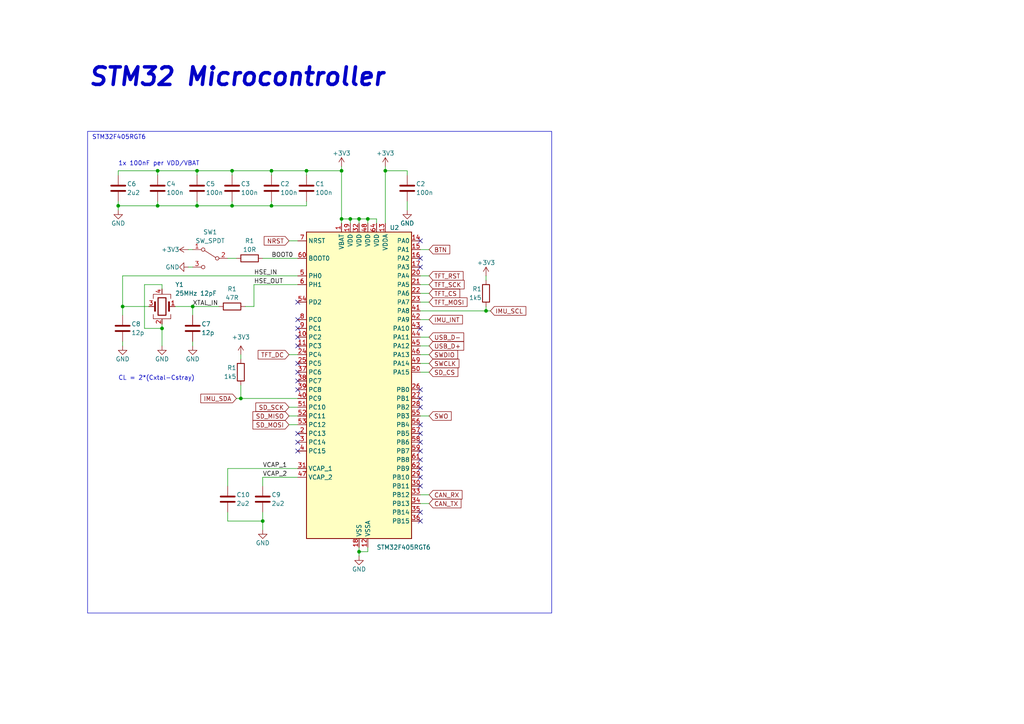
<source format=kicad_sch>
(kicad_sch (version 20230121) (generator eeschema)
  (paper "A4")
  (title_block (title "ST32 Microcontroller") (date "2023-08-02") (rev "R0") (company "s-grundner"))
  (lib_symbols
    (symbol "Device:C" (pin_numbers hide) (pin_names (offset 0.254))
      (property "Reference" "C" (at 0.635 2.54 0))
      (property "Value" "C" (at 0.635 -2.54 0))
      (symbol "C_0_1"
        (polyline (pts (xy -2.032 -0.762) (xy 2.032 -0.762)) (stroke (width 0.508)))
        (polyline (pts (xy -2.032 0.762) (xy 2.032 0.762)) (stroke (width 0.508)))
      )
      (symbol "C_1_1"
        (pin passive line (at 0 3.81 270) (length 2.794) (name "~") (number "1"))
        (pin passive line (at 0 -3.81 90) (length 2.794) (name "~") (number "2"))
      )
    )
    (symbol "Device:Crystal_GND24" (pin_names (offset 1.016) hide)
      (property "Reference" "Y" (at 3.175 5.08 0))
      (property "Value" "Crystal_GND24" (at 3.175 3.175 0))
      (symbol "Crystal_GND24_0_1"
        (rectangle (start -1.143 2.54) (end 1.143 -2.54) (stroke (width 0.3048)))
        (polyline (pts (xy -2.54 0) (xy -2.032 0)))
        (polyline (pts (xy -2.032 -1.27) (xy -2.032 1.27)) (stroke (width 0.508)))
        (polyline (pts (xy 0 -3.81) (xy 0 -3.556)))
        (polyline (pts (xy 0 3.556) (xy 0 3.81)))
        (polyline (pts (xy 2.032 -1.27) (xy 2.032 1.27)) (stroke (width 0.508)))
        (polyline (pts (xy 2.032 0) (xy 2.54 0)))
        (polyline (pts (xy -2.54 -2.286) (xy -2.54 -3.556) (xy 2.54 -3.556) (xy 2.54 -2.286)))
        (polyline (pts (xy -2.54 2.286) (xy -2.54 3.556) (xy 2.54 3.556) (xy 2.54 2.286)))
      )
      (symbol "Crystal_GND24_1_1"
        (pin passive line (at -3.81 0 0) (length 1.27) (name "1") (number "1"))
        (pin passive line (at 0 5.08 270) (length 1.27) (name "2") (number "2"))
        (pin passive line (at 3.81 0 180) (length 1.27) (name "3") (number "3"))
        (pin passive line (at 0 -5.08 90) (length 1.27) (name "4") (number "4"))
      )
    )
    (symbol "Device:R" (pin_numbers hide) (pin_names (offset 0))
      (property "Reference" "R" (at 2.032 0 90))
      (property "Value" "R" (at 0 0 90))
      (symbol "R_0_1"
        (rectangle (start -1.016 -2.54) (end 1.016 2.54) (stroke (width 0.254)))
      )
      (symbol "R_1_1"
        (pin passive line (at 0 3.81 270) (length 1.27) (name "~") (number "1"))
        (pin passive line (at 0 -3.81 90) (length 1.27) (name "~") (number "2"))
      )
    )
    (symbol "MCU_ST_STM32F4:STM32F405RGTx"
      (property "Reference" "U" (at -15.24 46.99 0))
      (property "Value" "STM32F405RGTx" (at 10.16 46.99 0))
      (symbol "STM32F405RGTx_0_1"
        (rectangle (start -15.24 -43.18) (end 15.24 45.72) (stroke (width 0.254)) (fill (type background)))
      )
      (symbol "STM32F405RGTx_1_1"
        (pin power_in line (at -5.08 48.26 270) (length 2.54) (name "VBAT") (number "1"))
        (pin bidirectional line (at -17.78 15.24 0) (length 2.54) (name "PC2") (number "10"))
        (pin bidirectional line (at -17.78 12.7 0) (length 2.54) (name "PC3") (number "11"))
        (pin power_in line (at 2.54 -45.72 90) (length 2.54) (name "VSSA") (number "12"))
        (pin power_in line (at 7.62 48.26 270) (length 2.54) (name "VDDA") (number "13"))
        (pin bidirectional line (at 17.78 43.18 180) (length 2.54) (name "PA0") (number "14"))
        (pin bidirectional line (at 17.78 40.64 180) (length 2.54) (name "PA1") (number "15"))
        (pin bidirectional line (at 17.78 38.1 180) (length 2.54) (name "PA2") (number "16"))
        (pin bidirectional line (at 17.78 35.56 180) (length 2.54) (name "PA3") (number "17"))
        (pin power_in line (at 0 -45.72 90) (length 2.54) (name "VSS") (number "18"))
        (pin power_in line (at -2.54 48.26 270) (length 2.54) (name "VDD") (number "19"))
        (pin bidirectional line (at -17.78 -12.7 0) (length 2.54) (name "PC13") (number "2"))
        (pin bidirectional line (at 17.78 33.02 180) (length 2.54) (name "PA4") (number "20"))
        (pin bidirectional line (at 17.78 30.48 180) (length 2.54) (name "PA5") (number "21"))
        (pin bidirectional line (at 17.78 27.94 180) (length 2.54) (name "PA6") (number "22"))
        (pin bidirectional line (at 17.78 25.4 180) (length 2.54) (name "PA7") (number "23"))
        (pin bidirectional line (at -17.78 10.16 0) (length 2.54) (name "PC4") (number "24"))
        (pin bidirectional line (at -17.78 7.62 0) (length 2.54) (name "PC5") (number "25"))
        (pin bidirectional line (at 17.78 0 180) (length 2.54) (name "PB0") (number "26"))
        (pin bidirectional line (at 17.78 -2.54 180) (length 2.54) (name "PB1") (number "27"))
        (pin bidirectional line (at 17.78 -5.08 180) (length 2.54) (name "PB2") (number "28"))
        (pin bidirectional line (at 17.78 -25.4 180) (length 2.54) (name "PB10") (number "29"))
        (pin bidirectional line (at -17.78 -15.24 0) (length 2.54) (name "PC14") (number "3"))
        (pin bidirectional line (at 17.78 -27.94 180) (length 2.54) (name "PB11") (number "30"))
        (pin power_out line (at -17.78 -22.86 0) (length 2.54) (name "VCAP_1") (number "31"))
        (pin power_in line (at 0 48.26 270) (length 2.54) (name "VDD") (number "32"))
        (pin bidirectional line (at 17.78 -30.48 180) (length 2.54) (name "PB12") (number "33"))
        (pin bidirectional line (at 17.78 -33.02 180) (length 2.54) (name "PB13") (number "34"))
        (pin bidirectional line (at 17.78 -35.56 180) (length 2.54) (name "PB14") (number "35"))
        (pin bidirectional line (at 17.78 -38.1 180) (length 2.54) (name "PB15") (number "36"))
        (pin bidirectional line (at -17.78 5.08 0) (length 2.54) (name "PC6") (number "37"))
        (pin bidirectional line (at -17.78 2.54 0) (length 2.54) (name "PC7") (number "38"))
        (pin bidirectional line (at -17.78 0 0) (length 2.54) (name "PC8") (number "39"))
        (pin bidirectional line (at -17.78 -17.78 0) (length 2.54) (name "PC15") (number "4"))
        (pin bidirectional line (at -17.78 -2.54 0) (length 2.54) (name "PC9") (number "40"))
        (pin bidirectional line (at 17.78 22.86 180) (length 2.54) (name "PA8") (number "41"))
        (pin bidirectional line (at 17.78 20.32 180) (length 2.54) (name "PA9") (number "42"))
        (pin bidirectional line (at 17.78 17.78 180) (length 2.54) (name "PA10") (number "43"))
        (pin bidirectional line (at 17.78 15.24 180) (length 2.54) (name "PA11") (number "44"))
        (pin bidirectional line (at 17.78 12.7 180) (length 2.54) (name "PA12") (number "45"))
        (pin bidirectional line (at 17.78 10.16 180) (length 2.54) (name "PA13") (number "46"))
        (pin power_out line (at -17.78 -25.4 0) (length 2.54) (name "VCAP_2") (number "47"))
        (pin power_in line (at 2.54 48.26 270) (length 2.54) (name "VDD") (number "48"))
        (pin bidirectional line (at 17.78 7.62 180) (length 2.54) (name "PA14") (number "49"))
        (pin bidirectional line (at -17.78 33.02 0) (length 2.54) (name "PH0") (number "5"))
        (pin bidirectional line (at 17.78 5.08 180) (length 2.54) (name "PA15") (number "50"))
        (pin bidirectional line (at -17.78 -5.08 0) (length 2.54) (name "PC10") (number "51"))
        (pin bidirectional line (at -17.78 -7.62 0) (length 2.54) (name "PC11") (number "52"))
        (pin bidirectional line (at -17.78 -10.16 0) (length 2.54) (name "PC12") (number "53"))
        (pin bidirectional line (at -17.78 25.4 0) (length 2.54) (name "PD2") (number "54"))
        (pin bidirectional line (at 17.78 -7.62 180) (length 2.54) (name "PB3") (number "55"))
        (pin bidirectional line (at 17.78 -10.16 180) (length 2.54) (name "PB4") (number "56"))
        (pin bidirectional line (at 17.78 -12.7 180) (length 2.54) (name "PB5") (number "57"))
        (pin bidirectional line (at 17.78 -15.24 180) (length 2.54) (name "PB6") (number "58"))
        (pin bidirectional line (at 17.78 -17.78 180) (length 2.54) (name "PB7") (number "59"))
        (pin bidirectional line (at -17.78 30.48 0) (length 2.54) (name "PH1") (number "6"))
        (pin input line (at -17.78 38.1 0) (length 2.54) (name "BOOT0") (number "60"))
        (pin bidirectional line (at 17.78 -20.32 180) (length 2.54) (name "PB8") (number "61"))
        (pin bidirectional line (at 17.78 -22.86 180) (length 2.54) (name "PB9") (number "62"))
        (pin passive line (at 0 -45.72 90) (length 2.54) hide (name "VSS") (number "63"))
        (pin power_in line (at 5.08 48.26 270) (length 2.54) (name "VDD") (number "64"))
        (pin input line (at -17.78 43.18 0) (length 2.54) (name "NRST") (number "7"))
        (pin bidirectional line (at -17.78 20.32 0) (length 2.54) (name "PC0") (number "8"))
        (pin bidirectional line (at -17.78 17.78 0) (length 2.54) (name "PC1") (number "9"))
      )
    )
    (symbol "Switch:SW_SPDT" (pin_names (offset 0) hide)
      (property "Reference" "SW" (at 0 4.318 0))
      (property "Value" "SW_SPDT" (at 0 -5.08 0))
      (symbol "SW_SPDT_0_0"
        (circle (center -2.032 0) (radius 0.508))
        (circle (center 2.032 -2.54) (radius 0.508))
      )
      (symbol "SW_SPDT_0_1"
        (polyline (pts (xy -1.524 0.254) (xy 1.651 2.286)))
        (circle (center 2.032 2.54) (radius 0.508))
      )
      (symbol "SW_SPDT_1_1"
        (pin passive line (at 5.08 2.54 180) (length 2.54) (name "A") (number "1"))
        (pin passive line (at -5.08 0 0) (length 2.54) (name "B") (number "2"))
        (pin passive line (at 5.08 -2.54 180) (length 2.54) (name "C") (number "3"))
      )
    )
    (symbol "power:+3V3" (power) (pin_names (offset 0))
      (property "Value" "+3V3" (at 0 3.556 0))
      (symbol "+3V3_0_1"
        (polyline (pts (xy -0.762 1.27) (xy 0 2.54)))
        (polyline (pts (xy 0 0) (xy 0 2.54)))
        (polyline (pts (xy 0 2.54) (xy 0.762 1.27)))
      )
      (symbol "+3V3_1_1"
        (pin power_in line (at 0 0 90) (length 0) hide (name "+3V3") (number "1"))
      )
    )
    (symbol "power:GND" (power) (pin_names (offset 0))
      (property "Value" "GND" (at 0 -3.81 0))
      (symbol "GND_0_1"
        (polyline (pts (xy 0 0) (xy 0 -1.27) (xy 1.27 -1.27) (xy 0 -2.54) (xy -1.27 -1.27) (xy 0 -1.27)))
      )
      (symbol "GND_1_1"
        (pin power_in line (at 0 0 270) (length 0) hide (name "GND") (number "1"))
      )
    )
  )
  (junction (at 78.74 59.69))
  (junction (at 99.06 49.53))
  (junction (at 55.88 88.9))
  (junction (at 76.2 151.13))
  (junction (at 88.9 49.53))
  (junction (at 67.31 49.53))
  (junction (at 45.72 49.53))
  (junction (at 140.97 90.17))
  (junction (at 45.72 59.69))
  (junction (at 78.74 49.53))
  (junction (at 104.14 63.5))
  (junction (at 35.56 88.9))
  (junction (at 106.68 63.5))
  (junction (at 57.15 49.53))
  (junction (at 69.85 115.57))
  (junction (at 104.14 160.02))
  (junction (at 67.31 59.69))
  (junction (at 34.29 59.69))
  (junction (at 46.99 95.25))
  (junction (at 111.76 49.53))
  (junction (at 99.06 63.5))
  (junction (at 57.15 59.69))
  (junction (at 101.6 63.5))
  (no_connect (at 121.92 135.89))
  (no_connect (at 86.36 128.27))
  (no_connect (at 121.92 113.03))
  (no_connect (at 86.36 95.25))
  (no_connect (at 86.36 100.33))
  (no_connect (at 86.36 105.41))
  (no_connect (at 121.92 133.35))
  (no_connect (at 121.92 125.73))
  (no_connect (at 121.92 115.57))
  (no_connect (at 86.36 110.49))
  (no_connect (at 86.36 130.81))
  (no_connect (at 121.92 138.43))
  (no_connect (at 121.92 118.11))
  (no_connect (at 86.36 107.95))
  (no_connect (at 121.92 128.27))
  (no_connect (at 121.92 140.97))
  (no_connect (at 121.92 95.25))
  (no_connect (at 121.92 130.81))
  (no_connect (at 86.36 92.71))
  (no_connect (at 86.36 97.79))
  (no_connect (at 86.36 125.73))
  (no_connect (at 121.92 77.47))
  (no_connect (at 121.92 74.93))
  (no_connect (at 86.36 113.03))
  (no_connect (at 121.92 69.85))
  (no_connect (at 121.92 148.59))
  (no_connect (at 121.92 151.13))
  (no_connect (at 121.92 123.19))
  (no_connect (at 86.36 87.63))
  (wire (pts (xy 41.91 95.25) (xy 41.91 82.55)))
  (wire (pts (xy 83.82 118.11) (xy 86.36 118.11)))
  (wire (pts (xy 66.04 151.13) (xy 76.2 151.13)))
  (wire (pts (xy 140.97 88.9) (xy 140.97 90.17)))
  (wire (pts (xy 34.29 59.69) (xy 34.29 58.42)))
  (wire (pts (xy 34.29 59.69) (xy 34.29 60.96)))
  (wire (pts (xy 88.9 58.42) (xy 88.9 59.69)))
  (wire (pts (xy 104.14 63.5) (xy 104.14 64.77)))
  (wire (pts (xy 76.2 74.93) (xy 86.36 74.93)))
  (wire (pts (xy 45.72 58.42) (xy 45.72 59.69)))
  (wire (pts (xy 34.29 49.53) (xy 34.29 50.8)))
  (wire (pts (xy 78.74 58.42) (xy 78.74 59.69)))
  (wire (pts (xy 124.46 97.79) (xy 121.92 97.79)))
  (wire (pts (xy 124.46 100.33) (xy 121.92 100.33)))
  (wire (pts (xy 45.72 49.53) (xy 34.29 49.53)))
  (wire (pts (xy 121.92 82.55) (xy 124.46 82.55)))
  (wire (pts (xy 41.91 95.25) (xy 46.99 95.25)))
  (wire (pts (xy 104.14 160.02) (xy 106.68 160.02)))
  (wire (pts (xy 124.46 87.63) (xy 121.92 87.63)))
  (wire (pts (xy 124.46 80.01) (xy 121.92 80.01)))
  (wire (pts (xy 109.22 63.5) (xy 109.22 64.77)))
  (wire (pts (xy 111.76 49.53) (xy 111.76 64.77)))
  (wire (pts (xy 67.31 49.53) (xy 57.15 49.53)))
  (wire (pts (xy 55.88 88.9) (xy 63.5 88.9)))
  (wire (pts (xy 124.46 92.71) (xy 121.92 92.71)))
  (wire (pts (xy 99.06 49.53) (xy 99.06 63.5)))
  (wire (pts (xy 106.68 158.75) (xy 106.68 160.02)))
  (wire (pts (xy 78.74 49.53) (xy 67.31 49.53)))
  (wire (pts (xy 57.15 59.69) (xy 45.72 59.69)))
  (wire (pts (xy 106.68 63.5) (xy 106.68 64.77)))
  (wire (pts (xy 111.76 48.26) (xy 111.76 49.53)))
  (wire (pts (xy 69.85 102.87) (xy 69.85 104.14)))
  (wire (pts (xy 35.56 80.01) (xy 35.56 88.9)))
  (wire (pts (xy 140.97 90.17) (xy 121.92 90.17)))
  (wire (pts (xy 69.85 115.57) (xy 86.36 115.57)))
  (wire (pts (xy 73.66 82.55) (xy 86.36 82.55)))
  (wire (pts (xy 124.46 105.41) (xy 121.92 105.41)))
  (wire (pts (xy 124.46 120.65) (xy 121.92 120.65)))
  (wire (pts (xy 124.46 107.95) (xy 121.92 107.95)))
  (wire (pts (xy 45.72 49.53) (xy 45.72 50.8)))
  (wire (pts (xy 35.56 88.9) (xy 43.18 88.9)))
  (wire (pts (xy 140.97 80.01) (xy 140.97 81.28)))
  (wire (pts (xy 46.99 82.55) (xy 46.99 83.82)))
  (wire (pts (xy 54.61 77.47) (xy 55.88 77.47)))
  (wire (pts (xy 57.15 49.53) (xy 57.15 50.8)))
  (wire (pts (xy 73.66 88.9) (xy 73.66 82.55)))
  (wire (pts (xy 66.04 135.89) (xy 86.36 135.89)))
  (wire (pts (xy 99.06 49.53) (xy 88.9 49.53)))
  (wire (pts (xy 57.15 58.42) (xy 57.15 59.69)))
  (wire (pts (xy 118.11 49.53) (xy 118.11 50.8)))
  (wire (pts (xy 99.06 48.26) (xy 99.06 49.53)))
  (wire (pts (xy 88.9 49.53) (xy 78.74 49.53)))
  (wire (pts (xy 104.14 63.5) (xy 106.68 63.5)))
  (wire (pts (xy 68.58 115.57) (xy 69.85 115.57)))
  (wire (pts (xy 106.68 63.5) (xy 109.22 63.5)))
  (wire (pts (xy 83.82 69.85) (xy 86.36 69.85)))
  (wire (pts (xy 57.15 49.53) (xy 45.72 49.53)))
  (wire (pts (xy 124.46 146.05) (xy 121.92 146.05)))
  (wire (pts (xy 76.2 151.13) (xy 76.2 148.59)))
  (wire (pts (xy 78.74 59.69) (xy 67.31 59.69)))
  (wire (pts (xy 67.31 49.53) (xy 67.31 50.8)))
  (wire (pts (xy 55.88 88.9) (xy 55.88 91.44)))
  (wire (pts (xy 83.82 123.19) (xy 86.36 123.19)))
  (wire (pts (xy 45.72 59.69) (xy 34.29 59.69)))
  (wire (pts (xy 88.9 49.53) (xy 88.9 50.8)))
  (wire (pts (xy 121.92 72.39) (xy 124.46 72.39)))
  (wire (pts (xy 67.31 58.42) (xy 67.31 59.69)))
  (wire (pts (xy 66.04 148.59) (xy 66.04 151.13)))
  (wire (pts (xy 101.6 63.5) (xy 101.6 64.77)))
  (wire (pts (xy 88.9 59.69) (xy 78.74 59.69)))
  (wire (pts (xy 101.6 63.5) (xy 104.14 63.5)))
  (wire (pts (xy 104.14 160.02) (xy 104.14 161.29)))
  (wire (pts (xy 118.11 58.42) (xy 118.11 60.96)))
  (wire (pts (xy 66.04 140.97) (xy 66.04 135.89)))
  (wire (pts (xy 55.88 100.33) (xy 55.88 99.06)))
  (wire (pts (xy 46.99 95.25) (xy 46.99 100.33)))
  (wire (pts (xy 76.2 138.43) (xy 86.36 138.43)))
  (wire (pts (xy 71.12 88.9) (xy 73.66 88.9)))
  (wire (pts (xy 50.8 88.9) (xy 55.88 88.9)))
  (wire (pts (xy 76.2 151.13) (xy 76.2 153.67)))
  (wire (pts (xy 35.56 99.06) (xy 35.56 100.33)))
  (wire (pts (xy 46.99 93.98) (xy 46.99 95.25)))
  (wire (pts (xy 78.74 49.53) (xy 78.74 50.8)))
  (wire (pts (xy 104.14 158.75) (xy 104.14 160.02)))
  (wire (pts (xy 41.91 82.55) (xy 46.99 82.55)))
  (wire (pts (xy 76.2 140.97) (xy 76.2 138.43)))
  (wire (pts (xy 99.06 63.5) (xy 101.6 63.5)))
  (wire (pts (xy 83.82 102.87) (xy 86.36 102.87)))
  (wire (pts (xy 54.61 72.39) (xy 55.88 72.39)))
  (wire (pts (xy 69.85 111.76) (xy 69.85 115.57)))
  (wire (pts (xy 35.56 88.9) (xy 35.56 91.44)))
  (wire (pts (xy 83.82 120.65) (xy 86.36 120.65)))
  (wire (pts (xy 124.46 102.87) (xy 121.92 102.87)))
  (wire (pts (xy 124.46 143.51) (xy 121.92 143.51)))
  (wire (pts (xy 99.06 63.5) (xy 99.06 64.77)))
  (wire (pts (xy 67.31 59.69) (xy 57.15 59.69)))
  (wire (pts (xy 35.56 80.01) (xy 86.36 80.01)))
  (wire (pts (xy 111.76 49.53) (xy 118.11 49.53)))
  (wire (pts (xy 66.04 74.93) (xy 68.58 74.93)))
  (wire (pts (xy 124.46 85.09) (xy 121.92 85.09)))
  (wire (pts (xy 142.24 90.17) (xy 140.97 90.17)))
  (rectangle (start 25.4 38.1) (end 160.02 177.8))
  (text "STM32F405RGT6" (at 26.67 40.64 0) (effects (font (size 1.27 1.27)) (justify left bottom)))
  (text "1x 100nF per VDD/VBAT" (at 34.29 48.26 0) (effects (font (size 1.27 1.27)) (justify left bottom)))
  (text "CL = 2*(Cxtal-Cstray)" (at 34.29 110.49 0) (effects (font (size 1.27 1.27)) (justify left bottom)))
  (text "STM32 Microcontroller" (at 25.4 25.4 0) (effects (font (size 5.08 5.08) (thickness 1.016) bold italic) (justify left bottom)))
  (label "HSE_OUT" (at 73.66 82.55 0))
  (label "BOOT0" (at 78.74 74.93 0))
  (label "XTAL_IN" (at 55.88 88.9 0))
  (label "VCAP_2" (at 76.2 138.43 0))
  (label "VCAP_1" (at 76.2 135.89 0))
  (label "HSE_IN" (at 73.66 80.01 0))
  (global_label "CAN_TX" (shape input) (at 124.46 146.05 0) (property "Intersheetrefs" "${INTERSHEET_REFS}" (effects hide)))
  (global_label "SD_SCK" (shape input) (at 83.82 118.11 180) (property "Intersheetrefs" "${INTERSHEET_REFS}" (effects hide)))
  (global_label "TFT_SCK" (shape input) (at 124.46 82.55 0) (property "Intersheetrefs" "${INTERSHEET_REFS}" (effects hide)))
  (global_label "SD_MISO" (shape input) (at 83.82 120.65 180) (property "Intersheetrefs" "${INTERSHEET_REFS}" (effects hide)))
  (global_label "TFT_MOSI" (shape input) (at 124.46 87.63 0) (property "Intersheetrefs" "${INTERSHEET_REFS}" (effects hide)))
  (global_label "TFT_RST" (shape input) (at 124.46 80.01 0) (property "Intersheetrefs" "${INTERSHEET_REFS}" (effects hide)))
  (global_label "TFT_CS" (shape input) (at 124.46 85.09 0) (property "Intersheetrefs" "${INTERSHEET_REFS}" (effects hide)))
  (global_label "USB_D+" (shape input) (at 124.46 100.33 0) (property "Intersheetrefs" "${INTERSHEET_REFS}" (effects hide)))
  (global_label "SD_CS" (shape input) (at 124.46 107.95 0) (property "Intersheetrefs" "${INTERSHEET_REFS}" (effects hide)))
  (global_label "SWCLK" (shape input) (at 124.46 105.41 0) (property "Intersheetrefs" "${INTERSHEET_REFS}" (effects hide)))
  (global_label "SWDIO" (shape input) (at 124.46 102.87 0) (property "Intersheetrefs" "${INTERSHEET_REFS}" (effects hide)))
  (global_label "NRST" (shape input) (at 83.82 69.85 180) (property "Intersheetrefs" "${INTERSHEET_REFS}" (effects hide)))
  (global_label "TFT_DC" (shape input) (at 83.82 102.87 180) (property "Intersheetrefs" "${INTERSHEET_REFS}" (effects hide)))
  (global_label "SWO" (shape input) (at 124.46 120.65 0) (property "Intersheetrefs" "${INTERSHEET_REFS}" (effects hide)))
  (global_label "USB_D-" (shape input) (at 124.46 97.79 0) (property "Intersheetrefs" "${INTERSHEET_REFS}" (effects hide)))
  (global_label "SD_MOSI" (shape input) (at 83.82 123.19 180) (property "Intersheetrefs" "${INTERSHEET_REFS}" (effects hide)))
  (global_label "CAN_RX" (shape input) (at 124.46 143.51 0) (property "Intersheetrefs" "${INTERSHEET_REFS}" (effects hide)))
  (global_label "IMU_SDA" (shape input) (at 68.58 115.57 180) (property "Intersheetrefs" "${INTERSHEET_REFS}" (effects hide)))
  (global_label "IMU_INT" (shape input) (at 124.46 92.71 0) (property "Intersheetrefs" "${INTERSHEET_REFS}" (effects hide)))
  (global_label "BTN" (shape input) (at 124.46 72.39 0) (property "Intersheetrefs" "${INTERSHEET_REFS}" (effects hide)))
  (global_label "IMU_SCL" (shape input) (at 142.24 90.17 0) (property "Intersheetrefs" "${INTERSHEET_REFS}" (effects hide)))
  (symbol (lib_id "Device:R") (at 140.97 85.09 180) (unit 1)
    (property "Reference" "R1" (at 139.7 83.82 0) (effects (justify left)))
    (property "Value" "1k5" (at 139.7 86.36 0) (effects (justify left)))
    (property "Footprint" "Resistor_SMD:R_0402_1005Metric" (effects hide))
    (property "LCSC Part #" "C25867" (effects hide))
    (instances (project "STM32F4_HexGauge_V3" (path "" (reference "R1") (unit 1)) (path "" (reference "R3") (unit 1))))
  )
  (symbol (lib_id "Device:R") (at 67.31 88.9 90) (unit 1)
    (property "Reference" "R1" (at 67.31 83.82 90))
    (property "Value" "47R" (at 67.31 86.36 90))
    (property "Footprint" "Resistor_SMD:R_0402_1005Metric" (effects hide))
    (property "LCSC Part #" "C25118" (effects hide))
    (instances (project "STM32F4_HexGauge_V3" (path "" (reference "R1") (unit 1)) (path "" (reference "R2") (unit 1))))
  )
  (symbol (lib_id "Device:C") (at 45.72 54.61 0) (unit 1)
    (property "Reference" "C4" (at 48.26 53.34 0) (effects (justify left)))
    (property "Value" "100n" (at 48.26 55.88 0) (effects (justify left)))
    (property "Footprint" "Capacitor_SMD:C_0402_1005Metric" (effects hide))
    (property "LCSC Part #" "C1525" (effects hide))
    (instances (project "STM32F4_HexGauge_V3" (path "" (reference "C4") (unit 1)) (path "" (reference "C2") (unit 1))))
  )
  (symbol (lib_id "Device:C") (at 76.2 144.78 0) (unit 1)
    (property "Reference" "C9" (at 78.74 143.51 0) (effects (justify left)))
    (property "Value" "2u2" (at 78.74 146.05 0) (effects (justify left)))
    (property "Footprint" "Capacitor_SMD:C_0603_1608Metric" (effects hide))
    (property "LCSC Part #" "C23630" (effects hide))
    (instances (project "STM32F4_HexGauge_V3" (path "" (reference "C9") (unit 1)) (path "" (reference "C10") (unit 1))))
  )
  (symbol (lib_id "power:+3V3") (at 69.85 102.87 0) (unit 1)
    (property "Reference" "#PWR01" (effects hide))
    (property "Value" "+3V3" (at 69.85 97.79 0))
    (instances (project "STM32F4_HexGauge_V3" (path "" (reference "#PWR01") (unit 1)) (path "" (reference "#PWR010") (unit 1))))
  )
  (symbol (lib_id "Device:C") (at 57.15 54.61 0) (unit 1)
    (property "Reference" "C5" (at 59.69 53.34 0) (effects (justify left)))
    (property "Value" "100n" (at 59.69 55.88 0) (effects (justify left)))
    (property "Footprint" "Capacitor_SMD:C_0402_1005Metric" (effects hide))
    (property "LCSC Part #" "C1525" (effects hide))
    (instances (project "STM32F4_HexGauge_V3" (path "" (reference "C5") (unit 1)) (path "" (reference "C3") (unit 1))))
  )
  (symbol (lib_id "power:GND") (at 76.2 153.67 0) (unit 1)
    (property "Reference" "#PWR010" (effects hide))
    (property "Value" "GND" (at 76.2 157.48 0))
    (instances (project "STM32F4_HexGauge_V3" (path "" (reference "#PWR010") (unit 1)) (path "" (reference "#PWR011") (unit 1))))
  )
  (symbol (lib_id "power:+3V3") (at 54.61 72.39 90) (unit 1)
    (property "Reference" "#PWR01" (effects hide))
    (property "Value" "+3V3" (at 52.07 72.39 90) (effects (justify left)))
    (instances (project "STM32F4_HexGauge_V3" (path "" (reference "#PWR01") (unit 1)) (path "" (reference "#PWR04") (unit 1))))
  )
  (symbol (lib_id "MCU_ST_STM32F4:STM32F405RGTx") (at 104.14 113.03 0) (unit 1)
    (property "Reference" "U2" (at 113.03 66.04 0) (effects (justify left)))
    (property "Value" "STM32F405RGT6" (at 109.22 158.75 0) (effects (justify left)))
    (property "Footprint" "Package_QFP:LQFP-64_10x10mm_P0.5mm" (effects hide))
    (property "Datasheet" "https://www.st.com/resource/en/datasheet/stm32f405rg.pdf" (effects hide))
    (property "LCSC Part #" "C15742" (effects hide))
    (instances (project "STM32F4_HexGauge_V3" (path "" (reference "U2") (unit 1)) (path "" (reference "U1") (unit 1))))
  )
  (symbol (lib_id "Device:C") (at 78.74 54.61 0) (unit 1)
    (property "Reference" "C2" (at 81.28 53.34 0) (effects (justify left)))
    (property "Value" "100n" (at 81.28 55.88 0) (effects (justify left)))
    (property "Footprint" "Capacitor_SMD:C_0402_1005Metric" (effects hide))
    (property "LCSC Part #" "C1525" (effects hide))
    (instances (project "STM32F4_HexGauge_V3" (path "" (reference "C2") (unit 1)) (path "" (reference "C5") (unit 1))))
  )
  (symbol (lib_id "Device:C") (at 55.88 95.25 0) (unit 1)
    (property "Reference" "C7" (at 58.42 93.98 0) (effects (justify left)))
    (property "Value" "12p" (at 58.42 96.52 0) (effects (justify left)))
    (property "Footprint" "Capacitor_SMD:C_0402_1005Metric" (effects hide))
    (property "LCSC Part #" "C1547" (effects hide))
    (instances (project "STM32F4_HexGauge_V3" (path "" (reference "C7") (unit 1)) (path "" (reference "C8") (unit 1))))
  )
  (symbol (lib_id "Device:C") (at 66.04 144.78 0) (unit 1)
    (property "Reference" "C10" (at 68.58 143.51 0) (effects (justify left)))
    (property "Value" "2u2" (at 68.58 146.05 0) (effects (justify left)))
    (property "Footprint" "Capacitor_SMD:C_0603_1608Metric" (effects hide))
    (property "LCSC Part #" "C23630" (effects hide))
    (instances (project "STM32F4_HexGauge_V3" (path "" (reference "C10") (unit 1)) (path "" (reference "C9") (unit 1))))
  )
  (symbol (lib_id "Device:Crystal_GND24") (at 46.99 88.9 180) (unit 1)
    (property "Reference" "Y1" (at 50.8 82.55 0) (effects (justify right)))
    (property "Value" "25MHz 12pF" (at 50.8 85.09 0) (effects (justify right)))
    (property "Footprint" "Crystal:Crystal_SMD_3225-4Pin_3.2x2.5mm" (effects hide))
    (property "LCSC Part #" "C9006" (effects hide))
  )
  (symbol (lib_id "Device:C") (at 118.11 54.61 0) (unit 1)
    (property "Reference" "C2" (at 120.65 53.34 0) (effects (justify left)))
    (property "Value" "100n" (at 120.65 55.88 0) (effects (justify left)))
    (property "Footprint" "Capacitor_SMD:C_0402_1005Metric" (effects hide))
    (property "LCSC Part #" "C1525" (effects hide))
    (instances (project "STM32F4_HexGauge_V3" (path "" (reference "C2") (unit 1)) (path "" (reference "C29") (unit 1))))
  )
  (symbol (lib_id "Switch:SW_SPDT") (at 60.96 74.93 0) (mirror y) (unit 1)
    (property "Reference" "SW1" (at 60.96 67.31 0))
    (property "Value" "SW_SPDT" (at 60.96 69.85 0))
    (property "Footprint" "Button_Switch_SMD:SW_SPDT_PCM12" (effects hide))
  )
  (symbol (lib_id "Device:R") (at 69.85 107.95 180) (unit 1)
    (property "Reference" "R1" (at 68.58 106.68 0) (effects (justify left)))
    (property "Value" "1k5" (at 68.58 109.22 0) (effects (justify left)))
    (property "Footprint" "Resistor_SMD:R_0402_1005Metric" (effects hide))
    (property "LCSC Part #" "C25867" (effects hide))
    (instances (project "STM32F4_HexGauge_V3" (path "" (reference "R1") (unit 1)) (path "" (reference "R4") (unit 1))))
  )
  (symbol (lib_id "Device:C") (at 67.31 54.61 0) (unit 1)
    (property "Reference" "C3" (at 69.85 53.34 0) (effects (justify left)))
    (property "Value" "100n" (at 69.85 55.88 0) (effects (justify left)))
    (property "Footprint" "Capacitor_SMD:C_0402_1005Metric" (effects hide))
    (property "LCSC Part #" "C1525" (effects hide))
    (instances (project "STM32F4_HexGauge_V3" (path "" (reference "C3") (unit 1)) (path "" (reference "C4") (unit 1))))
  )
  (symbol (lib_id "power:+3V3") (at 140.97 80.01 0) (unit 1)
    (property "Reference" "#PWR01" (effects hide))
    (property "Value" "+3V3" (at 140.97 76.2 0))
    (instances (project "STM32F4_HexGauge_V3" (path "" (reference "#PWR01") (unit 1)) (path "" (reference "#PWR09") (unit 1))))
  )
  (symbol (lib_id "power:GND") (at 35.56 100.33 0) (unit 1)
    (property "Reference" "#PWR011" (effects hide))
    (property "Value" "GND" (at 35.56 104.14 0))
    (instances (project "STM32F4_HexGauge_V3" (path "" (reference "#PWR011") (unit 1)) (path "" (reference "#PWR06") (unit 1))))
  )
  (symbol (lib_id "Device:C") (at 35.56 95.25 0) (unit 1)
    (property "Reference" "C8" (at 38.1 93.98 0) (effects (justify left)))
    (property "Value" "12p" (at 38.1 96.52 0) (effects (justify left)))
    (property "Footprint" "Capacitor_SMD:C_0402_1005Metric" (effects hide))
    (property "LCSC Part #" "C1547" (effects hide))
    (instances (project "STM32F4_HexGauge_V3" (path "" (reference "C8") (unit 1)) (path "" (reference "C7") (unit 1))))
  )
  (symbol (lib_id "power:GND") (at 104.14 161.29 0) (unit 1)
    (property "Reference" "#PWR05" (effects hide))
    (property "Value" "GND" (at 104.14 165.1 0))
    (instances (project "STM32F4_HexGauge_V3" (path "" (reference "#PWR05") (unit 1)) (path "" (reference "#PWR012") (unit 1))))
  )
  (symbol (lib_id "Device:C") (at 88.9 54.61 0) (unit 1)
    (property "Reference" "C1" (at 91.44 53.34 0) (effects (justify left)))
    (property "Value" "100n" (at 91.44 55.88 0) (effects (justify left)))
    (property "Footprint" "Capacitor_SMD:C_0402_1005Metric" (effects hide))
    (property "LCSC Part #" "C1525" (effects hide))
    (instances (project "STM32F4_HexGauge_V3" (path "" (reference "C1") (unit 1)) (path "" (reference "C6") (unit 1))))
  )
  (symbol (lib_id "Device:C") (at 34.29 54.61 0) (unit 1)
    (property "Reference" "C6" (at 36.83 53.34 0) (effects (justify left)))
    (property "Value" "2u2" (at 36.83 55.88 0) (effects (justify left)))
    (property "Footprint" "Capacitor_SMD:C_0603_1608Metric" (effects hide))
    (property "LCSC Part #" "C23630" (effects hide))
    (instances (project "STM32F4_HexGauge_V3" (path "" (reference "C6") (unit 1)) (path "" (reference "C1") (unit 1))))
  )
  (symbol (lib_id "Device:R") (at 72.39 74.93 90) (unit 1)
    (property "Reference" "R1" (at 72.39 69.85 90))
    (property "Value" "10R" (at 72.39 72.39 90))
    (property "Footprint" "Resistor_SMD:R_0402_1005Metric" (effects hide))
    (property "LCSC Part #" "C25077" (effects hide))
  )
  (symbol (lib_id "power:GND") (at 55.88 100.33 0) (unit 1)
    (property "Reference" "#PWR012" (effects hide))
    (property "Value" "GND" (at 55.88 104.14 0))
    (instances (project "STM32F4_HexGauge_V3" (path "" (reference "#PWR012") (unit 1)) (path "" (reference "#PWR08") (unit 1))))
  )
  (symbol (lib_id "power:GND") (at 54.61 77.47 270) (unit 1)
    (property "Reference" "#PWR012" (effects hide))
    (property "Value" "GND" (at 52.07 77.47 90) (effects (justify right)))
    (instances (project "STM32F4_HexGauge_V3" (path "" (reference "#PWR012") (unit 1)) (path "" (reference "#PWR05") (unit 1))))
  )
  (symbol (lib_id "power:GND") (at 46.99 100.33 0) (unit 1)
    (property "Reference" "#PWR04" (effects hide))
    (property "Value" "GND" (at 46.99 104.14 0))
    (instances (project "STM32F4_HexGauge_V3" (path "" (reference "#PWR04") (unit 1)) (path "" (reference "#PWR07") (unit 1))))
  )
  (symbol (lib_id "power:+3V3") (at 111.76 48.26 0) (unit 1)
    (property "Reference" "#PWR01" (effects hide))
    (property "Value" "+3V3" (at 111.76 44.45 0))
    (instances (project "STM32F4_HexGauge_V3" (path "" (reference "#PWR01") (unit 1)) (path "" (reference "#PWR03") (unit 1))))
  )
  (symbol (lib_id "power:+3V3") (at 99.06 48.26 0) (unit 1)
    (property "Reference" "#PWR01" (effects hide))
    (property "Value" "+3V3" (at 99.06 44.45 0))
  )
  (symbol (lib_id "power:GND") (at 34.29 60.96 0) (unit 1)
    (property "Reference" "#PWR03" (effects hide))
    (property "Value" "GND" (at 34.29 64.77 0))
    (instances (project "STM32F4_HexGauge_V3" (path "" (reference "#PWR03") (unit 1)) (path "" (reference "#PWR02") (unit 1))))
  )
  (symbol (lib_id "power:GND") (at 118.11 60.96 0) (unit 1)
    (property "Reference" "#PWR05" (effects hide))
    (property "Value" "GND" (at 118.11 64.77 0))
    (instances (project "STM32F4_HexGauge_V3" (path "" (reference "#PWR05") (unit 1)) (path "" (reference "#PWR053") (unit 1))))
  )
)
</source>
